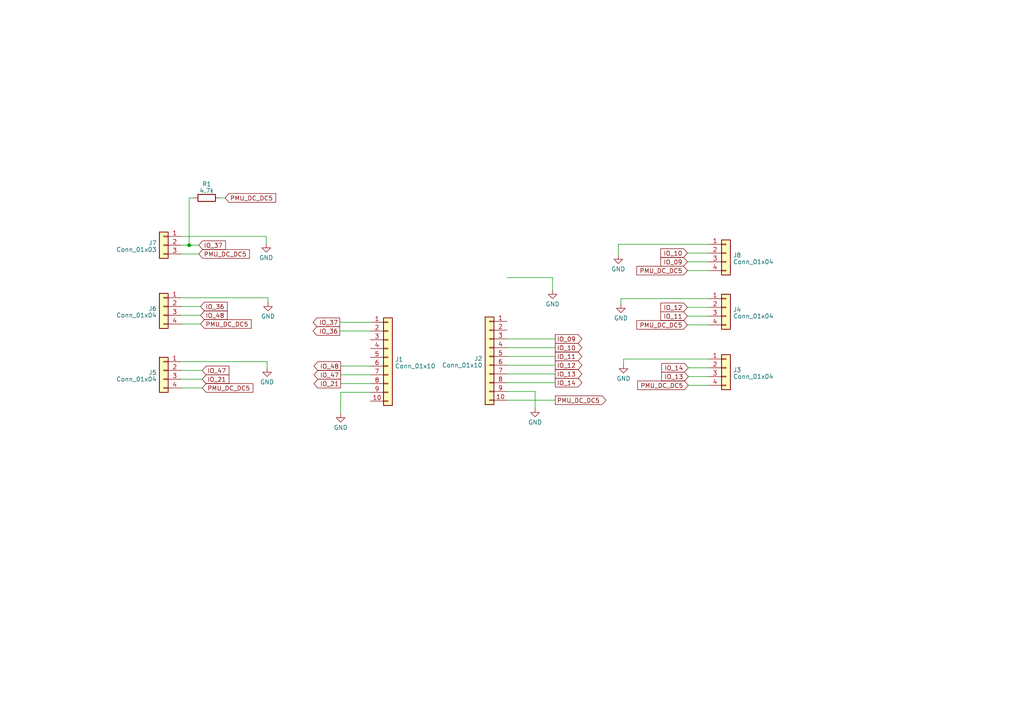
<source format=kicad_sch>
(kicad_sch (version 20230121) (generator eeschema)
  (paper "A4")
  (lib_symbols
    (symbol "Connector_Generic:Conn_01x03" (pin_names (offset 1.016) hide)
      (property "Reference" "J" (at 0 5.08 0))
      (property "Value" "Conn_01x03" (at 0 -5.08 0))
      (symbol "Conn_01x03_1_1"
        (rectangle (start -1.27 -2.413) (end 0 -2.667) (stroke (width 0.1524)))
        (rectangle (start -1.27 0.127) (end 0 -0.127) (stroke (width 0.1524)))
        (rectangle (start -1.27 2.667) (end 0 2.413) (stroke (width 0.1524)))
        (rectangle (start -1.27 3.81) (end 1.27 -3.81) (stroke (width 0.254)) (fill (type background)))
        (pin passive line (at -5.08 2.54 0) (length 3.81) (name "Pin_1") (number "1"))
        (pin passive line (at -5.08 0 0) (length 3.81) (name "Pin_2") (number "2"))
        (pin passive line (at -5.08 -2.54 0) (length 3.81) (name "Pin_3") (number "3"))
      )
    )
    (symbol "Connector_Generic:Conn_01x04" (pin_names (offset 1.016) hide)
      (property "Reference" "J" (at 0 5.08 0))
      (property "Value" "Conn_01x04" (at 0 -7.62 0))
      (symbol "Conn_01x04_1_1"
        (rectangle (start -1.27 -4.953) (end 0 -5.207) (stroke (width 0.1524)))
        (rectangle (start -1.27 -2.413) (end 0 -2.667) (stroke (width 0.1524)))
        (rectangle (start -1.27 0.127) (end 0 -0.127) (stroke (width 0.1524)))
        (rectangle (start -1.27 2.667) (end 0 2.413) (stroke (width 0.1524)))
        (rectangle (start -1.27 3.81) (end 1.27 -6.35) (stroke (width 0.254)) (fill (type background)))
        (pin passive line (at -5.08 2.54 0) (length 3.81) (name "Pin_1") (number "1"))
        (pin passive line (at -5.08 0 0) (length 3.81) (name "Pin_2") (number "2"))
        (pin passive line (at -5.08 -2.54 0) (length 3.81) (name "Pin_3") (number "3"))
        (pin passive line (at -5.08 -5.08 0) (length 3.81) (name "Pin_4") (number "4"))
      )
    )
    (symbol "Connector_Generic:Conn_01x10" (pin_names (offset 1.016) hide)
      (property "Reference" "J" (at 0 12.7 0))
      (property "Value" "Conn_01x10" (at 0 -15.24 0))
      (symbol "Conn_01x10_1_1"
        (rectangle (start -1.27 -12.573) (end 0 -12.827) (stroke (width 0.1524)))
        (rectangle (start -1.27 -10.033) (end 0 -10.287) (stroke (width 0.1524)))
        (rectangle (start -1.27 -7.493) (end 0 -7.747) (stroke (width 0.1524)))
        (rectangle (start -1.27 -4.953) (end 0 -5.207) (stroke (width 0.1524)))
        (rectangle (start -1.27 -2.413) (end 0 -2.667) (stroke (width 0.1524)))
        (rectangle (start -1.27 0.127) (end 0 -0.127) (stroke (width 0.1524)))
        (rectangle (start -1.27 2.667) (end 0 2.413) (stroke (width 0.1524)))
        (rectangle (start -1.27 5.207) (end 0 4.953) (stroke (width 0.1524)))
        (rectangle (start -1.27 7.747) (end 0 7.493) (stroke (width 0.1524)))
        (rectangle (start -1.27 10.287) (end 0 10.033) (stroke (width 0.1524)))
        (rectangle (start -1.27 11.43) (end 1.27 -13.97) (stroke (width 0.254)) (fill (type background)))
        (pin passive line (at -5.08 10.16 0) (length 3.81) (name "Pin_1") (number "1"))
        (pin passive line (at -5.08 -12.7 0) (length 3.81) (name "Pin_10") (number "10"))
        (pin passive line (at -5.08 7.62 0) (length 3.81) (name "Pin_2") (number "2"))
        (pin passive line (at -5.08 5.08 0) (length 3.81) (name "Pin_3") (number "3"))
        (pin passive line (at -5.08 2.54 0) (length 3.81) (name "Pin_4") (number "4"))
        (pin passive line (at -5.08 0 0) (length 3.81) (name "Pin_5") (number "5"))
        (pin passive line (at -5.08 -2.54 0) (length 3.81) (name "Pin_6") (number "6"))
        (pin passive line (at -5.08 -5.08 0) (length 3.81) (name "Pin_7") (number "7"))
        (pin passive line (at -5.08 -7.62 0) (length 3.81) (name "Pin_8") (number "8"))
        (pin passive line (at -5.08 -10.16 0) (length 3.81) (name "Pin_9") (number "9"))
      )
    )
    (symbol "Device:R" (pin_numbers hide) (pin_names (offset 0))
      (property "Reference" "R" (at 2.032 0 90))
      (property "Value" "R" (at 0 0 90))
      (symbol "R_0_1"
        (rectangle (start -1.016 -2.54) (end 1.016 2.54) (stroke (width 0.254)))
      )
      (symbol "R_1_1"
        (pin passive line (at 0 3.81 270) (length 1.27) (name "~") (number "1"))
        (pin passive line (at 0 -3.81 90) (length 1.27) (name "~") (number "2"))
      )
    )
    (symbol "power:GND" (power) (pin_names (offset 0))
      (property "Value" "GND" (at 0 -3.81 0))
      (symbol "GND_0_1"
        (polyline (pts (xy 0 0) (xy 0 -1.27) (xy 1.27 -1.27) (xy 0 -2.54) (xy -1.27 -1.27) (xy 0 -1.27)))
      )
      (symbol "GND_1_1"
        (pin power_in line (at 0 0 270) (length 0) hide (name "GND") (number "1"))
      )
    )
  )
  (junction (at 54.864 71.12))
  (wire (pts (xy 147.066 100.838) (xy 161.036 100.838)))
  (wire (pts (xy 180.086 86.614) (xy 180.086 88.138)))
  (wire (pts (xy 54.864 57.404) (xy 54.864 71.12)))
  (wire (pts (xy 179.324 70.866) (xy 179.324 73.914)))
  (wire (pts (xy 199.39 73.406) (xy 205.486 73.406)))
  (wire (pts (xy 98.806 111.252) (xy 107.442 111.252)))
  (wire (pts (xy 52.578 86.36) (xy 77.724 86.36)))
  (wire (pts (xy 147.066 98.298) (xy 161.036 98.298)))
  (wire (pts (xy 98.552 96.012) (xy 107.442 96.012)))
  (wire (pts (xy 63.754 57.404) (xy 65.278 57.404)))
  (wire (pts (xy 52.578 88.9) (xy 58.166 88.9)))
  (wire (pts (xy 205.486 104.14) (xy 180.848 104.14)))
  (wire (pts (xy 98.806 106.172) (xy 107.442 106.172)))
  (wire (pts (xy 52.578 107.442) (xy 58.674 107.442)))
  (wire (pts (xy 56.134 57.404) (xy 54.864 57.404)))
  (wire (pts (xy 199.39 89.154) (xy 205.486 89.154)))
  (wire (pts (xy 147.066 105.918) (xy 161.036 105.918)))
  (wire (pts (xy 98.806 113.792) (xy 98.806 119.888)))
  (wire (pts (xy 199.39 94.234) (xy 205.486 94.234)))
  (wire (pts (xy 52.578 104.902) (xy 77.47 104.902)))
  (wire (pts (xy 52.578 71.12) (xy 54.864 71.12)))
  (wire (pts (xy 52.578 112.522) (xy 58.674 112.522)))
  (wire (pts (xy 160.274 80.518) (xy 160.274 84.074)))
  (wire (pts (xy 98.806 108.712) (xy 107.442 108.712)))
  (wire (pts (xy 147.066 103.378) (xy 161.036 103.378)))
  (wire (pts (xy 199.39 75.946) (xy 205.486 75.946)))
  (wire (pts (xy 199.644 109.22) (xy 205.486 109.22)))
  (wire (pts (xy 52.578 73.66) (xy 57.658 73.66)))
  (wire (pts (xy 155.194 113.538) (xy 155.194 118.364)))
  (wire (pts (xy 77.216 68.58) (xy 77.216 70.612)))
  (wire (pts (xy 205.486 86.614) (xy 180.086 86.614)))
  (wire (pts (xy 52.578 91.44) (xy 58.166 91.44)))
  (wire (pts (xy 52.578 109.982) (xy 58.674 109.982)))
  (wire (pts (xy 147.066 116.078) (xy 161.036 116.078)))
  (wire (pts (xy 199.39 78.486) (xy 205.486 78.486)))
  (wire (pts (xy 54.864 71.12) (xy 57.658 71.12)))
  (wire (pts (xy 77.724 86.36) (xy 77.724 87.63)))
  (wire (pts (xy 199.39 91.694) (xy 205.486 91.694)))
  (wire (pts (xy 147.066 113.538) (xy 155.194 113.538)))
  (wire (pts (xy 180.848 104.14) (xy 180.848 105.664)))
  (wire (pts (xy 147.066 108.458) (xy 161.036 108.458)))
  (wire (pts (xy 77.47 104.902) (xy 77.47 106.68)))
  (wire (pts (xy 147.066 110.998) (xy 161.036 110.998)))
  (wire (pts (xy 52.578 68.58) (xy 77.216 68.58)))
  (wire (pts (xy 199.644 106.68) (xy 205.486 106.68)))
  (wire (pts (xy 52.578 93.98) (xy 58.166 93.98)))
  (wire (pts (xy 205.486 70.866) (xy 179.324 70.866)))
  (wire (pts (xy 147.066 80.518) (xy 160.274 80.518)))
  (wire (pts (xy 98.806 113.792) (xy 107.442 113.792)))
  (wire (pts (xy 199.644 111.76) (xy 205.486 111.76)))
  (wire (pts (xy 98.552 93.472) (xy 107.442 93.472)))
  (global_label "IO_21" (shape input) (at 58.674 109.982 0) (property "Intersheetrefs" "${INTERSHEET_REFS}" (effects hide)))
  (global_label "IO_36" (shape output) (at 98.552 96.012 180) (property "Intersheetrefs" "${INTERSHEET_REFS}" (effects hide)))
  (global_label "PMU_DC_DC5" (shape input) (at 58.674 112.522 0) (property "Intersheetrefs" "${INTERSHEET_REFS}" (effects hide)))
  (global_label "IO_13" (shape input) (at 199.644 109.22 180) (property "Intersheetrefs" "${INTERSHEET_REFS}" (effects hide)))
  (global_label "PMU_DC_DC5" (shape input) (at 57.658 73.66 0) (property "Intersheetrefs" "${INTERSHEET_REFS}" (effects hide)))
  (global_label "IO_36" (shape input) (at 58.166 88.9 0) (property "Intersheetrefs" "${INTERSHEET_REFS}" (effects hide)))
  (global_label "IO_09" (shape input) (at 199.39 75.946 180) (property "Intersheetrefs" "${INTERSHEET_REFS}" (effects hide)))
  (global_label "IO_14" (shape output) (at 161.036 110.998 0) (property "Intersheetrefs" "${INTERSHEET_REFS}" (effects hide)))
  (global_label "IO_47" (shape output) (at 98.806 108.712 180) (property "Intersheetrefs" "${INTERSHEET_REFS}" (effects hide)))
  (global_label "PMU_DC_DC5" (shape input) (at 65.278 57.404 0) (property "Intersheetrefs" "${INTERSHEET_REFS}" (effects hide)))
  (global_label "IO_10" (shape input) (at 199.39 73.406 180) (property "Intersheetrefs" "${INTERSHEET_REFS}" (effects hide)))
  (global_label "IO_12" (shape input) (at 199.39 89.154 180) (property "Intersheetrefs" "${INTERSHEET_REFS}" (effects hide)))
  (global_label "PMU_DC_DC5" (shape input) (at 199.39 78.486 180) (property "Intersheetrefs" "${INTERSHEET_REFS}" (effects hide)))
  (global_label "IO_48" (shape output) (at 98.806 106.172 180) (property "Intersheetrefs" "${INTERSHEET_REFS}" (effects hide)))
  (global_label "PMU_DC_DC5" (shape input) (at 58.166 93.98 0) (property "Intersheetrefs" "${INTERSHEET_REFS}" (effects hide)))
  (global_label "IO_14" (shape input) (at 199.644 106.68 180) (property "Intersheetrefs" "${INTERSHEET_REFS}" (effects hide)))
  (global_label "PMU_DC_DC5" (shape output) (at 161.036 116.078 0) (property "Intersheetrefs" "${INTERSHEET_REFS}" (effects hide)))
  (global_label "IO_48" (shape input) (at 58.166 91.44 0) (property "Intersheetrefs" "${INTERSHEET_REFS}" (effects hide)))
  (global_label "PMU_DC_DC5" (shape input) (at 199.39 94.234 180) (property "Intersheetrefs" "${INTERSHEET_REFS}" (effects hide)))
  (global_label "IO_12" (shape output) (at 161.036 105.918 0) (property "Intersheetrefs" "${INTERSHEET_REFS}" (effects hide)))
  (global_label "PMU_DC_DC5" (shape input) (at 199.644 111.76 180) (property "Intersheetrefs" "${INTERSHEET_REFS}" (effects hide)))
  (global_label "IO_13" (shape output) (at 161.036 108.458 0) (property "Intersheetrefs" "${INTERSHEET_REFS}" (effects hide)))
  (global_label "IO_11" (shape input) (at 199.39 91.694 180) (property "Intersheetrefs" "${INTERSHEET_REFS}" (effects hide)))
  (global_label "IO_47" (shape input) (at 58.674 107.442 0) (property "Intersheetrefs" "${INTERSHEET_REFS}" (effects hide)))
  (global_label "IO_37" (shape output) (at 98.552 93.472 180) (property "Intersheetrefs" "${INTERSHEET_REFS}" (effects hide)))
  (global_label "IO_09" (shape output) (at 161.036 98.298 0) (property "Intersheetrefs" "${INTERSHEET_REFS}" (effects hide)))
  (global_label "IO_37" (shape input) (at 57.658 71.12 0) (property "Intersheetrefs" "${INTERSHEET_REFS}" (effects hide)))
  (global_label "IO_11" (shape output) (at 161.036 103.378 0) (property "Intersheetrefs" "${INTERSHEET_REFS}" (effects hide)))
  (global_label "IO_21" (shape output) (at 98.806 111.252 180) (property "Intersheetrefs" "${INTERSHEET_REFS}" (effects hide)))
  (global_label "IO_10" (shape output) (at 161.036 100.838 0) (property "Intersheetrefs" "${INTERSHEET_REFS}" (effects hide)))
  (symbol (lib_id "Connector_Generic:Conn_01x04") (at 47.498 107.442 0) (mirror y) (unit 1)
    (property "Reference" "J5" (at 45.466 108.0683 0) (effects (justify left)))
    (property "Value" "Conn_01x04" (at 45.466 109.9893 0) (effects (justify left)))
    (property "Footprint" "Empreintes:1989764" (effects hide))
  )
  (symbol (lib_id "Connector_Generic:Conn_01x03") (at 47.498 71.12 0) (mirror y) (unit 1)
    (property "Reference" "J7" (at 45.466 70.4763 0) (effects (justify left)))
    (property "Value" "Conn_01x03" (at 45.466 72.3973 0) (effects (justify left)))
    (property "Footprint" "Empreintes:1989764" (effects hide))
  )
  (symbol (lib_id "power:GND") (at 77.47 106.68 0) (unit 1)
    (property "Reference" "#PWR08" (effects hide))
    (property "Value" "GND" (at 77.47 110.8155 0))
  )
  (symbol (lib_id "Connector_Generic:Conn_01x10") (at 141.986 103.378 0) (mirror y) (unit 1)
    (property "Reference" "J2" (at 139.954 104.0043 0) (effects (justify left)))
    (property "Value" "Conn_01x10" (at 139.954 105.9253 0) (effects (justify left)))
    (property "Footprint" "Connector_PinHeader_2.54mm:PinHeader_1x10_P2.54mm_Vertical" (effects hide))
  )
  (symbol (lib_id "Device:R") (at 59.944 57.404 270) (unit 1)
    (property "Reference" "R1" (at 59.944 53.3781 90))
    (property "Value" "4.7k" (at 59.944 55.2991 90))
    (property "Footprint" "Resistor_SMD:R_0603_1608Metric" (effects hide))
  )
  (symbol (lib_id "Connector_Generic:Conn_01x04") (at 47.498 88.9 0) (mirror y) (unit 1)
    (property "Reference" "J6" (at 45.466 89.5263 0) (effects (justify left)))
    (property "Value" "Conn_01x04" (at 45.466 91.4473 0) (effects (justify left)))
    (property "Footprint" "Empreintes:1989764" (effects hide))
  )
  (symbol (lib_id "power:GND") (at 77.724 87.63 0) (unit 1)
    (property "Reference" "#PWR07" (effects hide))
    (property "Value" "GND" (at 77.724 91.7655 0))
  )
  (symbol (lib_id "power:GND") (at 180.086 88.138 0) (unit 1)
    (property "Reference" "#PWR04" (effects hide))
    (property "Value" "GND" (at 180.086 92.2735 0))
  )
  (symbol (lib_id "Connector_Generic:Conn_01x04") (at 210.566 89.154 0) (unit 1)
    (property "Reference" "J4" (at 212.598 89.7803 0) (effects (justify left)))
    (property "Value" "Conn_01x04" (at 212.598 91.7013 0) (effects (justify left)))
    (property "Footprint" "Empreintes:1989764" (effects hide))
  )
  (symbol (lib_id "Connector_Generic:Conn_01x10") (at 112.522 103.632 0) (unit 1)
    (property "Reference" "J1" (at 114.554 104.2583 0) (effects (justify left)))
    (property "Value" "Conn_01x10" (at 114.554 106.1793 0) (effects (justify left)))
    (property "Footprint" "Connector_PinHeader_2.54mm:PinHeader_1x10_P2.54mm_Vertical" (effects hide))
  )
  (symbol (lib_id "power:GND") (at 77.216 70.612 0) (unit 1)
    (property "Reference" "#PWR06" (effects hide))
    (property "Value" "GND" (at 77.216 74.7475 0))
  )
  (symbol (lib_id "power:GND") (at 155.194 118.364 0) (unit 1)
    (property "Reference" "#PWR01" (effects hide))
    (property "Value" "GND" (at 155.194 122.4995 0))
  )
  (symbol (lib_id "power:GND") (at 180.848 105.664 0) (unit 1)
    (property "Reference" "#PWR03" (effects hide))
    (property "Value" "GND" (at 180.848 109.7995 0))
  )
  (symbol (lib_id "Connector_Generic:Conn_01x04") (at 210.566 106.68 0) (unit 1)
    (property "Reference" "J3" (at 212.598 107.3063 0) (effects (justify left)))
    (property "Value" "Conn_01x04" (at 212.598 109.2273 0) (effects (justify left)))
    (property "Footprint" "Empreintes:1989764" (effects hide))
  )
  (symbol (lib_id "power:GND") (at 179.324 73.914 0) (unit 1)
    (property "Reference" "#PWR05" (effects hide))
    (property "Value" "GND" (at 179.324 78.0495 0))
  )
  (symbol (lib_id "power:GND") (at 160.274 84.074 0) (unit 1)
    (property "Reference" "#PWR09" (effects hide))
    (property "Value" "GND" (at 160.274 88.2095 0))
  )
  (symbol (lib_id "power:GND") (at 98.806 119.888 0) (unit 1)
    (property "Reference" "#PWR02" (effects hide))
    (property "Value" "GND" (at 98.806 124.0235 0))
  )
  (symbol (lib_id "Connector_Generic:Conn_01x04") (at 210.566 73.406 0) (unit 1)
    (property "Reference" "J8" (at 212.598 74.0323 0) (effects (justify left)))
    (property "Value" "Conn_01x04" (at 212.598 75.9533 0) (effects (justify left)))
    (property "Footprint" "Empreintes:1989764" (effects hide))
  )
)
</source>
